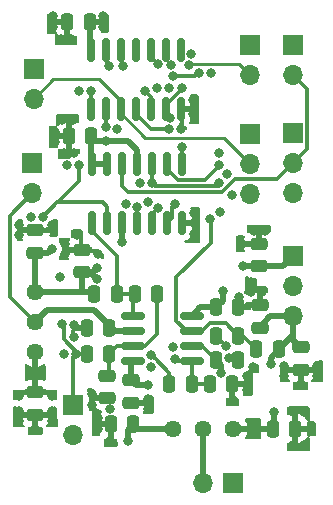
<source format=gbr>
%TF.GenerationSoftware,KiCad,Pcbnew,(6.0.8)*%
%TF.CreationDate,2022-10-15T16:47:31+02:00*%
%TF.ProjectId,Digital Delay,44696769-7461-46c2-9044-656c61792e6b,rev?*%
%TF.SameCoordinates,Original*%
%TF.FileFunction,Copper,L1,Top*%
%TF.FilePolarity,Positive*%
%FSLAX46Y46*%
G04 Gerber Fmt 4.6, Leading zero omitted, Abs format (unit mm)*
G04 Created by KiCad (PCBNEW (6.0.8)) date 2022-10-15 16:47:31*
%MOMM*%
%LPD*%
G01*
G04 APERTURE LIST*
G04 Aperture macros list*
%AMRoundRect*
0 Rectangle with rounded corners*
0 $1 Rounding radius*
0 $2 $3 $4 $5 $6 $7 $8 $9 X,Y pos of 4 corners*
0 Add a 4 corners polygon primitive as box body*
4,1,4,$2,$3,$4,$5,$6,$7,$8,$9,$2,$3,0*
0 Add four circle primitives for the rounded corners*
1,1,$1+$1,$2,$3*
1,1,$1+$1,$4,$5*
1,1,$1+$1,$6,$7*
1,1,$1+$1,$8,$9*
0 Add four rect primitives between the rounded corners*
20,1,$1+$1,$2,$3,$4,$5,0*
20,1,$1+$1,$4,$5,$6,$7,0*
20,1,$1+$1,$6,$7,$8,$9,0*
20,1,$1+$1,$8,$9,$2,$3,0*%
G04 Aperture macros list end*
%TA.AperFunction,SMDPad,CuDef*%
%ADD10RoundRect,0.250000X-0.250000X-0.475000X0.250000X-0.475000X0.250000X0.475000X-0.250000X0.475000X0*%
%TD*%
%TA.AperFunction,SMDPad,CuDef*%
%ADD11RoundRect,0.250000X0.475000X-0.250000X0.475000X0.250000X-0.475000X0.250000X-0.475000X-0.250000X0*%
%TD*%
%TA.AperFunction,ComponentPad*%
%ADD12R,1.700000X1.700000*%
%TD*%
%TA.AperFunction,ComponentPad*%
%ADD13O,1.700000X1.700000*%
%TD*%
%TA.AperFunction,SMDPad,CuDef*%
%ADD14RoundRect,0.250000X0.250000X0.475000X-0.250000X0.475000X-0.250000X-0.475000X0.250000X-0.475000X0*%
%TD*%
%TA.AperFunction,SMDPad,CuDef*%
%ADD15RoundRect,0.250000X-0.475000X0.250000X-0.475000X-0.250000X0.475000X-0.250000X0.475000X0.250000X0*%
%TD*%
%TA.AperFunction,SMDPad,CuDef*%
%ADD16RoundRect,0.150000X0.150000X-0.825000X0.150000X0.825000X-0.150000X0.825000X-0.150000X-0.825000X0*%
%TD*%
%TA.AperFunction,ComponentPad*%
%ADD17C,1.440000*%
%TD*%
%TA.AperFunction,SMDPad,CuDef*%
%ADD18RoundRect,0.150000X-0.825000X-0.150000X0.825000X-0.150000X0.825000X0.150000X-0.825000X0.150000X0*%
%TD*%
%TA.AperFunction,ViaPad*%
%ADD19C,0.800000*%
%TD*%
%TA.AperFunction,Conductor*%
%ADD20C,0.300000*%
%TD*%
%TA.AperFunction,Conductor*%
%ADD21C,0.500000*%
%TD*%
%TA.AperFunction,Conductor*%
%ADD22C,0.250000*%
%TD*%
G04 APERTURE END LIST*
D10*
%TO.P,C115,1*%
%TO.N,+5V*%
X61275000Y-73152000D03*
%TO.P,C115,2*%
%TO.N,GND*%
X63175000Y-73152000D03*
%TD*%
D11*
%TO.P,C114,1*%
%TO.N,+5V*%
X60198000Y-64577000D03*
%TO.P,C114,2*%
%TO.N,GND*%
X60198000Y-62677000D03*
%TD*%
D12*
%TO.P,J105,1,Pin_1*%
%TO.N,/Signal_Out_Falling*%
X59309000Y-48148000D03*
D13*
%TO.P,J105,2,Pin_2*%
%TO.N,/Falling_Edge_Out*%
X59309000Y-50688000D03*
%TO.P,J105,3,Pin_3*%
%TO.N,Signal_Falling*%
X59309000Y-53228000D03*
%TD*%
D14*
%TO.P,C107,1*%
%TO.N,/Ref_Comp_A*%
X47432000Y-64643000D03*
%TO.P,C107,2*%
%TO.N,GND*%
X45532000Y-64643000D03*
%TD*%
D15*
%TO.P,C106,1*%
%TO.N,-5V*%
X41148000Y-70043000D03*
%TO.P,C106,2*%
%TO.N,GND*%
X41148000Y-71943000D03*
%TD*%
%TO.P,C111,1*%
%TO.N,-5V*%
X49276000Y-69027000D03*
%TO.P,C111,2*%
%TO.N,GND*%
X49276000Y-70927000D03*
%TD*%
D12*
%TO.P,J101,1,Pin_1*%
%TO.N,-5V*%
X62992000Y-58547000D03*
D13*
%TO.P,J101,2,Pin_2*%
%TO.N,GND*%
X62992000Y-61087000D03*
%TO.P,J101,3,Pin_3*%
%TO.N,+5V*%
X62992000Y-63627000D03*
%TD*%
D11*
%TO.P,C101,1*%
%TO.N,+5V*%
X45085000Y-59878000D03*
%TO.P,C101,2*%
%TO.N,GND*%
X45085000Y-57978000D03*
%TD*%
D14*
%TO.P,C116,1*%
%TO.N,-5V*%
X49464000Y-72771000D03*
%TO.P,C116,2*%
%TO.N,GND*%
X47564000Y-72771000D03*
%TD*%
D10*
%TO.P,R104,1*%
%TO.N,/Signal_Comp_B*%
X56454000Y-65278000D03*
%TO.P,R104,2*%
%TO.N,/Comp_Out_B*%
X58354000Y-65278000D03*
%TD*%
D12*
%TO.P,J106,1,Pin_1*%
%TO.N,GND*%
X57912000Y-77724000D03*
D13*
%TO.P,J106,2,Pin_2*%
%TO.N,/Ref_Comp_B*%
X55372000Y-77724000D03*
%TD*%
D12*
%TO.P,J103,1,Pin_1*%
%TO.N,GND*%
X40894000Y-50668000D03*
D13*
%TO.P,J103,2,Pin_2*%
%TO.N,/Ref_Comp_A*%
X40894000Y-53208000D03*
%TD*%
D16*
%TO.P,U102,1*%
%TO.N,/Comp_Out_A*%
X45974000Y-55688000D03*
%TO.P,U102,2*%
%TO.N,Signal_In*%
X47244000Y-55688000D03*
%TO.P,U102,3*%
%TO.N,+5V*%
X48514000Y-55688000D03*
%TO.P,U102,4*%
%TO.N,Signal_Falling*%
X49784000Y-55688000D03*
%TO.P,U102,5*%
%TO.N,/Both_Edges_Out*%
X51054000Y-55688000D03*
%TO.P,U102,6*%
%TO.N,Net-(U102-Pad6)*%
X52324000Y-55688000D03*
%TO.P,U102,7,GND*%
%TO.N,GND*%
X53594000Y-55688000D03*
%TO.P,U102,8*%
%TO.N,Net-(U102-Pad8)*%
X53594000Y-50738000D03*
%TO.P,U102,9*%
%TO.N,Signal_Rising*%
X52324000Y-50738000D03*
%TO.P,U102,10*%
%TO.N,Signal_Falling*%
X51054000Y-50738000D03*
%TO.P,U102,11*%
%TO.N,+5V*%
X49784000Y-50738000D03*
%TO.P,U102,12*%
%TO.N,/Rising_Edge_Out*%
X48514000Y-50738000D03*
%TO.P,U102,13*%
%TO.N,+5V*%
X47244000Y-50738000D03*
%TO.P,U102,14,VCC*%
X45974000Y-50738000D03*
%TD*%
D15*
%TO.P,C108,1*%
%TO.N,/Signal_Comp_A*%
X47244000Y-68646000D03*
%TO.P,C108,2*%
%TO.N,GND*%
X47244000Y-70546000D03*
%TD*%
%TO.P,C103,1*%
%TO.N,+5V*%
X63627000Y-66233000D03*
%TO.P,C103,2*%
%TO.N,GND*%
X63627000Y-68133000D03*
%TD*%
D10*
%TO.P,R106,1*%
%TO.N,Signal_In*%
X52517000Y-69342000D03*
%TO.P,R106,2*%
%TO.N,/Signal_Comp_B*%
X54417000Y-69342000D03*
%TD*%
D12*
%TO.P,J107,1,Pin_1*%
%TO.N,GND*%
X41021000Y-42667000D03*
D13*
%TO.P,J107,2,Pin_2*%
%TO.N,/Falling_Edge_Out*%
X41021000Y-45207000D03*
%TD*%
D12*
%TO.P,J109,1,Pin_1*%
%TO.N,Signal_In*%
X44323000Y-71115000D03*
D13*
%TO.P,J109,2,Pin_2*%
%TO.N,GND*%
X44323000Y-73655000D03*
%TD*%
D12*
%TO.P,J104,1,Pin_1*%
%TO.N,GND*%
X62992000Y-40640000D03*
D13*
%TO.P,J104,2,Pin_2*%
%TO.N,/Rising_Edge_Out*%
X62992000Y-43180000D03*
%TD*%
D17*
%TO.P,RV101,1,1*%
%TO.N,+5V*%
X41148000Y-61585000D03*
%TO.P,RV101,2,2*%
%TO.N,/Ref_Comp_A*%
X41148000Y-64125000D03*
%TO.P,RV101,3,3*%
%TO.N,-5V*%
X41148000Y-66665000D03*
%TD*%
D12*
%TO.P,J108,1,Pin_1*%
%TO.N,GND*%
X59309000Y-40635000D03*
D13*
%TO.P,J108,2,Pin_2*%
%TO.N,/Both_Edges_Out*%
X59309000Y-43175000D03*
%TD*%
D14*
%TO.P,R105,1*%
%TO.N,+5V*%
X61783000Y-66421000D03*
%TO.P,R105,2*%
%TO.N,/Comp_Out_B*%
X59883000Y-66421000D03*
%TD*%
D10*
%TO.P,C117,1*%
%TO.N,/Ref_Comp_B*%
X56454000Y-67310000D03*
%TO.P,C117,2*%
%TO.N,GND*%
X58354000Y-67310000D03*
%TD*%
D16*
%TO.P,U103,1*%
%TO.N,/Comp_Out_B*%
X45847000Y-46036000D03*
%TO.P,U103,2*%
%TO.N,Signal_In*%
X47117000Y-46036000D03*
%TO.P,U103,3*%
%TO.N,/Falling_Edge_Out*%
X48387000Y-46036000D03*
%TO.P,U103,4*%
%TO.N,Net-(U102-Pad8)*%
X49657000Y-46036000D03*
%TO.P,U103,5*%
%TO.N,Net-(U102-Pad6)*%
X50927000Y-46036000D03*
%TO.P,U103,6*%
%TO.N,/Both_Edges_Out*%
X52197000Y-46036000D03*
%TO.P,U103,7,GND*%
%TO.N,GND*%
X53467000Y-46036000D03*
%TO.P,U103,8*%
%TO.N,unconnected-(U103-Pad8)*%
X53467000Y-41086000D03*
%TO.P,U103,9*%
%TO.N,GND*%
X52197000Y-41086000D03*
%TO.P,U103,10*%
X50927000Y-41086000D03*
%TO.P,U103,11*%
%TO.N,unconnected-(U103-Pad11)*%
X49657000Y-41086000D03*
%TO.P,U103,12*%
%TO.N,GND*%
X48387000Y-41086000D03*
%TO.P,U103,13*%
X47117000Y-41086000D03*
%TO.P,U103,14,VCC*%
%TO.N,+5V*%
X45847000Y-41086000D03*
%TD*%
D11*
%TO.P,C105,1*%
%TO.N,+5V*%
X41148000Y-58227000D03*
%TO.P,C105,2*%
%TO.N,GND*%
X41148000Y-56327000D03*
%TD*%
D10*
%TO.P,C104,1*%
%TO.N,+5V*%
X56454000Y-62865000D03*
%TO.P,C104,2*%
%TO.N,GND*%
X58354000Y-62865000D03*
%TD*%
D14*
%TO.P,C112,1*%
%TO.N,+5V*%
X45781000Y-38735000D03*
%TO.P,C112,2*%
%TO.N,GND*%
X43881000Y-38735000D03*
%TD*%
D18*
%TO.P,U101,1*%
%TO.N,/Comp_Out_A*%
X49468000Y-63627000D03*
%TO.P,U101,2,-*%
%TO.N,/Ref_Comp_A*%
X49468000Y-64897000D03*
%TO.P,U101,3,+*%
%TO.N,/Signal_Comp_A*%
X49468000Y-66167000D03*
%TO.P,U101,4,V-*%
%TO.N,-5V*%
X49468000Y-67437000D03*
%TO.P,U101,5,+*%
%TO.N,/Signal_Comp_B*%
X54418000Y-67437000D03*
%TO.P,U101,6,_*%
%TO.N,/Ref_Comp_B*%
X54418000Y-66167000D03*
%TO.P,U101,7*%
%TO.N,/Comp_Out_B*%
X54418000Y-64897000D03*
%TO.P,U101,8,V+*%
%TO.N,+5V*%
X54418000Y-63627000D03*
%TD*%
D10*
%TO.P,R102,1*%
%TO.N,+5V*%
X46167000Y-61722000D03*
%TO.P,R102,2*%
%TO.N,/Comp_Out_A*%
X48067000Y-61722000D03*
%TD*%
D12*
%TO.P,J102,1,Pin_1*%
%TO.N,/Signal_Out_Rising*%
X62992000Y-48133000D03*
D13*
%TO.P,J102,2,Pin_2*%
%TO.N,/Rising_Edge_Out*%
X62992000Y-50673000D03*
%TO.P,J102,3,Pin_3*%
%TO.N,Signal_Rising*%
X62992000Y-53213000D03*
%TD*%
D17*
%TO.P,RV102,1,1*%
%TO.N,+5V*%
X57912000Y-73152000D03*
%TO.P,RV102,2,2*%
%TO.N,/Ref_Comp_B*%
X55372000Y-73152000D03*
%TO.P,RV102,3,3*%
%TO.N,-5V*%
X52832000Y-73152000D03*
%TD*%
D10*
%TO.P,R103,1*%
%TO.N,Signal_In*%
X45532000Y-66802000D03*
%TO.P,R103,2*%
%TO.N,/Signal_Comp_A*%
X47432000Y-66802000D03*
%TD*%
D11*
%TO.P,C110,1*%
%TO.N,-5V*%
X60071000Y-59370000D03*
%TO.P,C110,2*%
%TO.N,GND*%
X60071000Y-57470000D03*
%TD*%
D10*
%TO.P,C118,1*%
%TO.N,/Signal_Comp_B*%
X55946000Y-69342000D03*
%TO.P,C118,2*%
%TO.N,GND*%
X57846000Y-69342000D03*
%TD*%
D14*
%TO.P,C113,1*%
%TO.N,+5V*%
X45908000Y-48387000D03*
%TO.P,C113,2*%
%TO.N,GND*%
X44008000Y-48387000D03*
%TD*%
%TO.P,R101,1*%
%TO.N,/Signal_Comp_A*%
X51496000Y-61722000D03*
%TO.P,R101,2*%
%TO.N,/Comp_Out_A*%
X49596000Y-61722000D03*
%TD*%
D19*
%TO.N,+5V*%
X61380489Y-71715511D03*
X47117000Y-48768000D03*
X46863000Y-38227000D03*
X61087000Y-67691000D03*
X57023000Y-61468000D03*
X42545000Y-57912000D03*
X46863000Y-39116000D03*
X46355000Y-60452000D03*
X48540220Y-57327899D03*
X46355000Y-59563000D03*
%TO.N,GND*%
X58420000Y-61976000D03*
X63627000Y-69342000D03*
X54610000Y-56642000D03*
X47498000Y-74168000D03*
X42799000Y-48895000D03*
X60579000Y-56388000D03*
X53467000Y-47752000D03*
X42545000Y-71628000D03*
X59690000Y-56388000D03*
X59055000Y-68707000D03*
X44450000Y-64389000D03*
X62992000Y-71755000D03*
X62230000Y-67818000D03*
X52819374Y-66255835D03*
X48821734Y-54085724D03*
X59436000Y-61595000D03*
X56822438Y-54797297D03*
X54483000Y-45339000D03*
X43577826Y-66776378D03*
X54610000Y-54864000D03*
X56740762Y-49784980D03*
X57789502Y-53366952D03*
X54380718Y-41388965D03*
X39751000Y-55880000D03*
X43434000Y-46990000D03*
X42672000Y-38227000D03*
X42672000Y-39116000D03*
X63881000Y-74549000D03*
X59563000Y-67945000D03*
X44196000Y-40132000D03*
X43831497Y-50800000D03*
X46482000Y-73152000D03*
X39751000Y-56769000D03*
X43307000Y-40132000D03*
X47498000Y-71501000D03*
X62992000Y-74549000D03*
X54483000Y-46482000D03*
X42545000Y-55880000D03*
X43561000Y-49784000D03*
X60325000Y-61595000D03*
X40788034Y-55250119D03*
X42545000Y-72517000D03*
X51435000Y-44323000D03*
X65024000Y-67818000D03*
X39751000Y-71628000D03*
X50673000Y-71501000D03*
X44450000Y-65405000D03*
X50016023Y-52314523D03*
X44450000Y-49784000D03*
X44323000Y-46990000D03*
X45974000Y-71120000D03*
X56022672Y-43053010D03*
X52675563Y-42298698D03*
X44848201Y-44539500D03*
X43269117Y-60297681D03*
X50971168Y-67906122D03*
X59055000Y-69850000D03*
X59436000Y-60706000D03*
X41148000Y-73152000D03*
X42799000Y-48006000D03*
X44704000Y-56769000D03*
X43688000Y-57465000D03*
X43688000Y-58354000D03*
X54610000Y-55753000D03*
X48102904Y-47789317D03*
X52521830Y-44310500D03*
X58674000Y-57531000D03*
X57553500Y-67147286D03*
X65024000Y-68707000D03*
X46482000Y-72263000D03*
X48553500Y-42418000D03*
X47371000Y-42418000D03*
X57402648Y-51546273D03*
X64389000Y-73152000D03*
X50690932Y-53935907D03*
X50673000Y-70612000D03*
X46482000Y-58354000D03*
X51562000Y-42291000D03*
X62230000Y-68707000D03*
X45974000Y-70231000D03*
X39751000Y-72517000D03*
X63881000Y-71755000D03*
X57912000Y-70739000D03*
%TO.N,-5V*%
X58740000Y-59370000D03*
X49022000Y-74168000D03*
X42545000Y-70358000D03*
X39751000Y-70358000D03*
X50673000Y-69469000D03*
%TO.N,/Ref_Comp_B*%
X56896000Y-68385699D03*
%TO.N,/Signal_Comp_B*%
X53002495Y-67238419D03*
X57277000Y-66167000D03*
%TO.N,Signal_Rising*%
X56755728Y-50784369D03*
%TO.N,Signal_Falling*%
X49784000Y-54356000D03*
X51054000Y-52336500D03*
X56740773Y-52295773D03*
%TO.N,/Both_Edges_Out*%
X54206979Y-42373251D03*
X52567500Y-46794942D03*
X51537258Y-54467638D03*
X53594000Y-44310500D03*
%TO.N,Signal_In*%
X51000883Y-66907062D03*
X44831000Y-50800000D03*
X41787296Y-55228163D03*
X47117000Y-47625000D03*
X43459590Y-64254501D03*
X44577000Y-66802000D03*
%TO.N,/Comp_Out_B*%
X55023873Y-43015500D03*
X55991262Y-55356262D03*
X45847000Y-44577000D03*
X52832000Y-43307000D03*
%TO.N,Net-(U102-Pad6)*%
X50419000Y-44577000D03*
X52959000Y-54102000D03*
%TO.N,Net-(U102-Pad8)*%
X53594000Y-49276000D03*
X52468201Y-47789500D03*
%TD*%
D20*
%TO.N,+5V*%
X60198000Y-64577000D02*
X60198000Y-64836000D01*
D21*
X61380489Y-71715511D02*
X61380489Y-73046511D01*
X54418000Y-63627000D02*
X54418000Y-63565000D01*
X45085000Y-59878000D02*
X46040000Y-59878000D01*
X45781000Y-59878000D02*
X46355000Y-60452000D01*
X62992000Y-65598000D02*
X63627000Y-66233000D01*
X45781000Y-38735000D02*
X45781000Y-41020000D01*
X47117000Y-48768000D02*
X49022000Y-48768000D01*
D22*
X61971000Y-66233000D02*
X61783000Y-66421000D01*
D21*
X62992000Y-63627000D02*
X62992000Y-65212000D01*
X62992000Y-65212000D02*
X62992000Y-65598000D01*
X45974000Y-50738000D02*
X47244000Y-50738000D01*
X41148000Y-61585000D02*
X44968000Y-61585000D01*
X46040000Y-59878000D02*
X46355000Y-59563000D01*
X45085000Y-59878000D02*
X45085000Y-61468000D01*
X57023000Y-61468000D02*
X57023000Y-62296000D01*
X61087000Y-67117000D02*
X61783000Y-66421000D01*
X45085000Y-61468000D02*
X44968000Y-61585000D01*
X61380489Y-73046511D02*
X61275000Y-73152000D01*
X45085000Y-59878000D02*
X45781000Y-59878000D01*
X48540220Y-55714220D02*
X48514000Y-55688000D01*
X45781000Y-41020000D02*
X45847000Y-41086000D01*
X48540220Y-57327899D02*
X48540220Y-55714220D01*
X46289000Y-48768000D02*
X45908000Y-48387000D01*
X49784000Y-49530000D02*
X49784000Y-50738000D01*
X47117000Y-48768000D02*
X46289000Y-48768000D01*
X61087000Y-67691000D02*
X61087000Y-67117000D01*
X45908000Y-50672000D02*
X45974000Y-50738000D01*
X57023000Y-62296000D02*
X56454000Y-62865000D01*
X54418000Y-63565000D02*
X55118000Y-62865000D01*
X62992000Y-63627000D02*
X61021000Y-63627000D01*
X55118000Y-62865000D02*
X56454000Y-62865000D01*
X44968000Y-61585000D02*
X46030000Y-61585000D01*
X41148000Y-61585000D02*
X41148000Y-58227000D01*
X62992000Y-65212000D02*
X61783000Y-66421000D01*
X56454000Y-62865000D02*
X56454000Y-63053000D01*
X61021000Y-63627000D02*
X60071000Y-64577000D01*
X57912000Y-73152000D02*
X61275000Y-73152000D01*
X45908000Y-48387000D02*
X45908000Y-50672000D01*
X41148000Y-58227000D02*
X42230000Y-58227000D01*
X49022000Y-48768000D02*
X49784000Y-49530000D01*
X42230000Y-58227000D02*
X42545000Y-57912000D01*
X46030000Y-61585000D02*
X46167000Y-61722000D01*
D22*
%TO.N,GND*%
X47371000Y-42418000D02*
X47117000Y-42164000D01*
X52675563Y-42298698D02*
X52197000Y-41820135D01*
X52197000Y-41820135D02*
X52197000Y-41086000D01*
X50927000Y-41656000D02*
X50927000Y-41086000D01*
X47117000Y-42164000D02*
X47117000Y-41086000D01*
X51562000Y-42291000D02*
X50927000Y-41656000D01*
X48387000Y-42251500D02*
X48387000Y-41086000D01*
X48553500Y-42418000D02*
X48387000Y-42251500D01*
D21*
%TO.N,-5V*%
X60071000Y-59370000D02*
X58740000Y-59370000D01*
X62169000Y-59370000D02*
X62992000Y-58547000D01*
X49276000Y-67629000D02*
X49468000Y-67437000D01*
X49022000Y-74168000D02*
X49022000Y-73213000D01*
X49022000Y-73213000D02*
X49464000Y-72771000D01*
X50673000Y-69469000D02*
X49718000Y-69469000D01*
X49845000Y-73152000D02*
X49464000Y-72771000D01*
X49718000Y-69469000D02*
X49276000Y-69027000D01*
X58674000Y-59436000D02*
X58740000Y-59370000D01*
X41148000Y-66665000D02*
X41148000Y-70043000D01*
X60071000Y-59370000D02*
X62169000Y-59370000D01*
X52832000Y-73152000D02*
X49845000Y-73152000D01*
X49276000Y-69027000D02*
X49276000Y-67629000D01*
D20*
%TO.N,/Ref_Comp_A*%
X39001489Y-61978489D02*
X41148000Y-64125000D01*
D21*
X47879000Y-64897000D02*
X49468000Y-64897000D01*
D20*
X39001489Y-55100511D02*
X39001489Y-61978489D01*
X40894000Y-53208000D02*
X39001489Y-55100511D01*
D21*
X42154000Y-63119000D02*
X46101000Y-63119000D01*
X46101000Y-63119000D02*
X47879000Y-64897000D01*
X41148000Y-64125000D02*
X42154000Y-63119000D01*
D20*
%TO.N,/Signal_Comp_A*%
X51496000Y-65090000D02*
X51496000Y-61722000D01*
X47432000Y-66802000D02*
X47432000Y-68331000D01*
X47432000Y-66802000D02*
X48067000Y-66167000D01*
X49468000Y-66167000D02*
X50419000Y-66167000D01*
X50419000Y-66167000D02*
X51496000Y-65090000D01*
X48067000Y-66167000D02*
X49468000Y-66167000D01*
X47432000Y-68331000D02*
X47244000Y-68519000D01*
D21*
%TO.N,/Ref_Comp_B*%
X56896000Y-68385699D02*
X56896000Y-67752000D01*
X55372000Y-77724000D02*
X55372000Y-73152000D01*
D20*
X54418000Y-66167000D02*
X55311000Y-66167000D01*
D21*
X56896000Y-67752000D02*
X56454000Y-67310000D01*
D20*
X55311000Y-66167000D02*
X56454000Y-67310000D01*
%TO.N,/Signal_Comp_B*%
X53014419Y-67238419D02*
X53213000Y-67437000D01*
X54417000Y-67438000D02*
X54418000Y-67437000D01*
X57277000Y-66167000D02*
X57277000Y-66101000D01*
X53213000Y-67437000D02*
X54418000Y-67437000D01*
X57277000Y-66101000D02*
X56454000Y-65278000D01*
X55946000Y-69342000D02*
X54417000Y-69342000D01*
X53002495Y-67238419D02*
X53014419Y-67238419D01*
X54417000Y-69342000D02*
X54417000Y-67438000D01*
%TO.N,/Rising_Edge_Out*%
X58068011Y-52028489D02*
X61636511Y-52028489D01*
X64191511Y-49473489D02*
X64191511Y-44379511D01*
X48514000Y-50738000D02*
X48514000Y-52578000D01*
X49022000Y-53086000D02*
X57010500Y-53086000D01*
X62992000Y-50673000D02*
X64191511Y-49473489D01*
X61636511Y-52028489D02*
X62992000Y-50673000D01*
X64191511Y-44379511D02*
X62992000Y-43180000D01*
X57010500Y-53086000D02*
X58068011Y-52028489D01*
X48514000Y-52578000D02*
X49022000Y-53086000D01*
%TO.N,Signal_Rising*%
X52324000Y-50738000D02*
X52324000Y-51149427D01*
X52324000Y-51054000D02*
X52197000Y-51181000D01*
X56769000Y-50800000D02*
X56755728Y-50786728D01*
X52324000Y-51149427D02*
X53237093Y-52062520D01*
X56755728Y-50786728D02*
X56755728Y-50784369D01*
X55506480Y-52062520D02*
X56769000Y-50800000D01*
X53237093Y-52062520D02*
X55506480Y-52062520D01*
D22*
%TO.N,/Falling_Edge_Out*%
X46600386Y-43561000D02*
X42667000Y-43561000D01*
X48387000Y-45347614D02*
X46600386Y-43561000D01*
X48387000Y-46036000D02*
X48387000Y-46412072D01*
X42667000Y-43561000D02*
X41021000Y-45207000D01*
X50488928Y-48514000D02*
X57135000Y-48514000D01*
X48387000Y-46036000D02*
X48387000Y-45347614D01*
X48387000Y-46412072D02*
X50488928Y-48514000D01*
X41491520Y-44736480D02*
X41021000Y-45207000D01*
X57135000Y-48514000D02*
X59309000Y-50688000D01*
D20*
%TO.N,Signal_Falling*%
X49784000Y-54356000D02*
X49784000Y-55688000D01*
X56740773Y-52352227D02*
X56740773Y-52295773D01*
X51054000Y-52336500D02*
X51054000Y-50738000D01*
X51054000Y-52336500D02*
X51295500Y-52578000D01*
X51295500Y-52578000D02*
X56515000Y-52578000D01*
X56515000Y-52578000D02*
X56740773Y-52352227D01*
D22*
%TO.N,/Both_Edges_Out*%
X58425000Y-42291000D02*
X59309000Y-43175000D01*
D20*
X51537258Y-54467638D02*
X51054000Y-54950896D01*
D22*
X54289230Y-42291000D02*
X58425000Y-42291000D01*
D20*
X51054000Y-54950896D02*
X51054000Y-55688000D01*
X52197000Y-46424442D02*
X52197000Y-46036000D01*
D22*
X52197000Y-46036000D02*
X52197000Y-45659928D01*
X54206979Y-42373251D02*
X54289230Y-42291000D01*
X52197000Y-45659928D02*
X53594000Y-44262928D01*
D20*
X52567500Y-46794942D02*
X52197000Y-46424442D01*
D22*
X53594000Y-44262928D02*
X53594000Y-44069000D01*
X53594000Y-44069000D02*
X53594000Y-44310500D01*
D20*
%TO.N,Signal_In*%
X44323000Y-67056000D02*
X44577000Y-66802000D01*
X46863000Y-53975000D02*
X47244000Y-54356000D01*
X41787296Y-55228163D02*
X43040459Y-53975000D01*
X43561000Y-64135000D02*
X43459590Y-64236410D01*
X43040459Y-53975000D02*
X43180000Y-53975000D01*
X44577000Y-66802000D02*
X45532000Y-66802000D01*
X43040459Y-53975000D02*
X43053000Y-53975000D01*
X43053000Y-53975000D02*
X44831000Y-52197000D01*
X52517000Y-68391984D02*
X52517000Y-69342000D01*
X43561000Y-65575970D02*
X43561000Y-64135000D01*
X47117000Y-47625000D02*
X47117000Y-46036000D01*
X51281627Y-67156611D02*
X52517000Y-68391984D01*
X45532000Y-66802000D02*
X44787030Y-66802000D01*
X44787030Y-66802000D02*
X43561000Y-65575970D01*
X51000883Y-66907062D02*
X51250432Y-67156611D01*
X47244000Y-54356000D02*
X47244000Y-55688000D01*
X44831000Y-52197000D02*
X44831000Y-50800000D01*
X44323000Y-71115000D02*
X44323000Y-67056000D01*
X43459590Y-64236410D02*
X43459590Y-64254501D01*
X43180000Y-53975000D02*
X46863000Y-53975000D01*
X51250432Y-67156611D02*
X51281627Y-67156611D01*
%TO.N,/Comp_Out_A*%
X45974000Y-55688000D02*
X45974000Y-56396515D01*
X49468000Y-61850000D02*
X49596000Y-61722000D01*
X45974000Y-56396515D02*
X48067000Y-58489515D01*
X48067000Y-58489515D02*
X48067000Y-61722000D01*
X49596000Y-61722000D02*
X48067000Y-61722000D01*
X49468000Y-63627000D02*
X49468000Y-61850000D01*
%TO.N,/Comp_Out_B*%
X56007000Y-57404000D02*
X53093480Y-60317520D01*
X45847000Y-46036000D02*
X45847000Y-44577000D01*
X54418000Y-64897000D02*
X55262151Y-64897000D01*
X58354000Y-65278000D02*
X58740000Y-65278000D01*
X55955671Y-64203480D02*
X57279480Y-64203480D01*
X53093480Y-63983907D02*
X54006573Y-64897000D01*
X53093480Y-60317520D02*
X53093480Y-63983907D01*
X55262151Y-64897000D02*
X55955671Y-64203480D01*
X55991262Y-55356262D02*
X56007000Y-55372000D01*
X54732373Y-43307000D02*
X55023873Y-43015500D01*
X58740000Y-65278000D02*
X59883000Y-66421000D01*
X57279480Y-64203480D02*
X58354000Y-65278000D01*
X56007000Y-55372000D02*
X56007000Y-57404000D01*
X54006573Y-64897000D02*
X54418000Y-64897000D01*
X52832000Y-43307000D02*
X54732373Y-43307000D01*
%TO.N,Net-(U102-Pad6)*%
X52705000Y-54356000D02*
X52959000Y-54102000D01*
X50419000Y-44577000D02*
X50927000Y-45085000D01*
X50927000Y-45085000D02*
X50927000Y-46036000D01*
X52324000Y-55688000D02*
X52705000Y-55307000D01*
X52324000Y-55688000D02*
X52324000Y-55626000D01*
X52705000Y-55307000D02*
X52705000Y-54356000D01*
%TO.N,Net-(U102-Pad8)*%
X49657000Y-46447427D02*
X49657000Y-46036000D01*
D22*
X49657000Y-46036000D02*
X49657000Y-45659928D01*
D20*
X52468201Y-47789500D02*
X50999073Y-47789500D01*
X53594000Y-49276000D02*
X53594000Y-50738000D01*
X50999073Y-47789500D02*
X49657000Y-46447427D01*
%TD*%
%TA.AperFunction,Conductor*%
%TO.N,+5V*%
G36*
X47313121Y-37993502D02*
G01*
X47359614Y-38047158D01*
X47371000Y-38099500D01*
X47371000Y-39476500D01*
X47350998Y-39544621D01*
X47297342Y-39591114D01*
X47245000Y-39602500D01*
X46900498Y-39602500D01*
X46898042Y-39602693D01*
X46898024Y-39602694D01*
X46883303Y-39603853D01*
X46813823Y-39589260D01*
X46763262Y-39539419D01*
X46747674Y-39470154D01*
X46753821Y-39438575D01*
X46776137Y-39371293D01*
X46779005Y-39357914D01*
X46788672Y-39263562D01*
X46789000Y-39257146D01*
X46789000Y-39007115D01*
X46784525Y-38991876D01*
X46783135Y-38990671D01*
X46775452Y-38989000D01*
X46053115Y-38989000D01*
X46037876Y-38993475D01*
X46036671Y-38994865D01*
X46035000Y-39002548D01*
X46035000Y-39544885D01*
X46039475Y-39560124D01*
X46057512Y-39575753D01*
X46088519Y-39624000D01*
X45527000Y-39624000D01*
X45527000Y-38607000D01*
X45547002Y-38538879D01*
X45600658Y-38492386D01*
X45653000Y-38481000D01*
X46770884Y-38481000D01*
X46786123Y-38476525D01*
X46787328Y-38475135D01*
X46788999Y-38467452D01*
X46788999Y-38212905D01*
X46788662Y-38206386D01*
X46778921Y-38112503D01*
X46791786Y-38042682D01*
X46840357Y-37990900D01*
X46904248Y-37973500D01*
X47245000Y-37973500D01*
X47313121Y-37993502D01*
G37*
%TD.AperFunction*%
%TD*%
%TA.AperFunction,Conductor*%
%TO.N,GND*%
G36*
X59155556Y-60239560D02*
G01*
X59215393Y-60276444D01*
X59240836Y-60292127D01*
X59273262Y-60312115D01*
X59353005Y-60338564D01*
X59434611Y-60365632D01*
X59434613Y-60365632D01*
X59441139Y-60367797D01*
X59447975Y-60368497D01*
X59447978Y-60368498D01*
X59491031Y-60372909D01*
X59545600Y-60378500D01*
X59818000Y-60378500D01*
X59886121Y-60398502D01*
X59932614Y-60452158D01*
X59944000Y-60504500D01*
X59944000Y-61087000D01*
X60707000Y-61087000D01*
X60775121Y-61107002D01*
X60821614Y-61160658D01*
X60833000Y-61213000D01*
X60833000Y-61543000D01*
X60812998Y-61611121D01*
X60759342Y-61657614D01*
X60707000Y-61669000D01*
X60470115Y-61669000D01*
X60454876Y-61673475D01*
X60453671Y-61674865D01*
X60452000Y-61682548D01*
X60452000Y-62805000D01*
X60431998Y-62873121D01*
X60378342Y-62919614D01*
X60326000Y-62931000D01*
X59420115Y-62931000D01*
X59404876Y-62935475D01*
X59403671Y-62936865D01*
X59402000Y-62944548D01*
X59402000Y-62993000D01*
X59381998Y-63061121D01*
X59328342Y-63107614D01*
X59276000Y-63119000D01*
X58226000Y-63119000D01*
X58157879Y-63098998D01*
X58111386Y-63045342D01*
X58100000Y-62993000D01*
X58100000Y-62737000D01*
X58120002Y-62668879D01*
X58173658Y-62622386D01*
X58226000Y-62611000D01*
X58906885Y-62611000D01*
X58922124Y-62606525D01*
X58923329Y-62605135D01*
X58925000Y-62597452D01*
X58925000Y-62549000D01*
X58945002Y-62480879D01*
X58998658Y-62434386D01*
X59051000Y-62423000D01*
X59925885Y-62423000D01*
X59941124Y-62418525D01*
X59942329Y-62417135D01*
X59944000Y-62409452D01*
X59944000Y-61687116D01*
X59939525Y-61671877D01*
X59938135Y-61670672D01*
X59930452Y-61669001D01*
X59675905Y-61669001D01*
X59669386Y-61669338D01*
X59573794Y-61679257D01*
X59560400Y-61682149D01*
X59406216Y-61733588D01*
X59393038Y-61739761D01*
X59250964Y-61827680D01*
X59182512Y-61846518D01*
X59114743Y-61825357D01*
X59095644Y-61809710D01*
X59082172Y-61796262D01*
X59070760Y-61787249D01*
X58932757Y-61702184D01*
X58918255Y-61695421D01*
X58864970Y-61648503D01*
X58845509Y-61580226D01*
X58866051Y-61512266D01*
X58917963Y-61468000D01*
X58928000Y-61468000D01*
X58928000Y-60360248D01*
X58948002Y-60292127D01*
X59001658Y-60245634D01*
X59015069Y-60240413D01*
X59015822Y-60240168D01*
X59022288Y-60238794D01*
X59028318Y-60236109D01*
X59028322Y-60236108D01*
X59038192Y-60231713D01*
X59108559Y-60222279D01*
X59155556Y-60239560D01*
G37*
%TD.AperFunction*%
%TD*%
%TA.AperFunction,Conductor*%
%TO.N,GND*%
G36*
X44072885Y-56977002D02*
G01*
X44119378Y-57030658D01*
X44129482Y-57100932D01*
X44099988Y-57165512D01*
X44093937Y-57172018D01*
X44016261Y-57249829D01*
X44007249Y-57261240D01*
X43922184Y-57399243D01*
X43916037Y-57412424D01*
X43864862Y-57566710D01*
X43861995Y-57580086D01*
X43852328Y-57674438D01*
X43852000Y-57680855D01*
X43852000Y-57705885D01*
X43856475Y-57721124D01*
X43857865Y-57722329D01*
X43865548Y-57724000D01*
X45974000Y-57724000D01*
X45974000Y-57912000D01*
X46506035Y-57912000D01*
X46574156Y-57932002D01*
X46595130Y-57948905D01*
X46953095Y-58306870D01*
X46987121Y-58369182D01*
X46990000Y-58395965D01*
X46990000Y-58657352D01*
X46969998Y-58725473D01*
X46916342Y-58771966D01*
X46846068Y-58782070D01*
X46812405Y-58770415D01*
X46811752Y-58771882D01*
X46643319Y-58696891D01*
X46643318Y-58696891D01*
X46637288Y-58694206D01*
X46521983Y-58669697D01*
X46456944Y-58655872D01*
X46456939Y-58655872D01*
X46450487Y-58654500D01*
X46391714Y-58654500D01*
X46323593Y-58634498D01*
X46277100Y-58580842D01*
X46266996Y-58510568D01*
X46272121Y-58488833D01*
X46305137Y-58389293D01*
X46308005Y-58375914D01*
X46317672Y-58281562D01*
X46318000Y-58275146D01*
X46318000Y-58250115D01*
X46313525Y-58234876D01*
X46312135Y-58233671D01*
X46304452Y-58232000D01*
X43870116Y-58232000D01*
X43854877Y-58236475D01*
X43853672Y-58237865D01*
X43852001Y-58245548D01*
X43852001Y-58275095D01*
X43852338Y-58281614D01*
X43862257Y-58377206D01*
X43865149Y-58390600D01*
X43916588Y-58544784D01*
X43922762Y-58557963D01*
X43991905Y-58669697D01*
X44010743Y-58738149D01*
X43989582Y-58805919D01*
X43935141Y-58851490D01*
X43884761Y-58862000D01*
X43306000Y-58862000D01*
X43237879Y-58841998D01*
X43191386Y-58788342D01*
X43180000Y-58736000D01*
X43180000Y-58612859D01*
X43200002Y-58544738D01*
X43212364Y-58528548D01*
X43228554Y-58510568D01*
X43284040Y-58448944D01*
X43379527Y-58283556D01*
X43438542Y-58101928D01*
X43458504Y-57912000D01*
X43438542Y-57722072D01*
X43379527Y-57540444D01*
X43284040Y-57375056D01*
X43212364Y-57295451D01*
X43181647Y-57231444D01*
X43180000Y-57211141D01*
X43180000Y-57083000D01*
X43200002Y-57014879D01*
X43253658Y-56968386D01*
X43306000Y-56957000D01*
X44004764Y-56957000D01*
X44072885Y-56977002D01*
G37*
%TD.AperFunction*%
%TD*%
%TA.AperFunction,Conductor*%
%TO.N,GND*%
G36*
X44497978Y-64382623D02*
G01*
X44498441Y-64380493D01*
X44537548Y-64389000D01*
X45660000Y-64389000D01*
X45728121Y-64409002D01*
X45774614Y-64462658D01*
X45786000Y-64515000D01*
X45786000Y-64771000D01*
X45765998Y-64839121D01*
X45712342Y-64885614D01*
X45660000Y-64897000D01*
X44542116Y-64897000D01*
X44526877Y-64901475D01*
X44525672Y-64902865D01*
X44524001Y-64910548D01*
X44524001Y-65165095D01*
X44524338Y-65171614D01*
X44534257Y-65267206D01*
X44537150Y-65280603D01*
X44538485Y-65284606D01*
X44538581Y-65287230D01*
X44538605Y-65287343D01*
X44538585Y-65287347D01*
X44541069Y-65355555D01*
X44504885Y-65416639D01*
X44441420Y-65448463D01*
X44370825Y-65440924D01*
X44329866Y-65413576D01*
X44256405Y-65340115D01*
X44222379Y-65277803D01*
X44219500Y-65251020D01*
X44219500Y-64789058D01*
X44236381Y-64726058D01*
X44290813Y-64631780D01*
X44290814Y-64631779D01*
X44294117Y-64626057D01*
X44347711Y-64461113D01*
X44387785Y-64402507D01*
X44453181Y-64374870D01*
X44497978Y-64382623D01*
G37*
%TD.AperFunction*%
%TD*%
%TA.AperFunction,Conductor*%
%TO.N,GND*%
G36*
X42825745Y-37993502D02*
G01*
X42872238Y-38047158D01*
X42882968Y-38112342D01*
X42873328Y-38206437D01*
X42873000Y-38212855D01*
X42873000Y-38462885D01*
X42877475Y-38478124D01*
X42878865Y-38479329D01*
X42886548Y-38481000D01*
X44009000Y-38481000D01*
X44077121Y-38501002D01*
X44123614Y-38554658D01*
X44135000Y-38607000D01*
X44135000Y-39949884D01*
X44139475Y-39965123D01*
X44140865Y-39966328D01*
X44148548Y-39967999D01*
X44178095Y-39967999D01*
X44184614Y-39967662D01*
X44280206Y-39957743D01*
X44293600Y-39954851D01*
X44447784Y-39903412D01*
X44460963Y-39897238D01*
X44511697Y-39865843D01*
X44580149Y-39847005D01*
X44647919Y-39868166D01*
X44693490Y-39922607D01*
X44704000Y-39972987D01*
X44704000Y-40514000D01*
X44683998Y-40582121D01*
X44630342Y-40628614D01*
X44578000Y-40640000D01*
X42925000Y-40640000D01*
X42856879Y-40619998D01*
X42810386Y-40566342D01*
X42799000Y-40514000D01*
X42799000Y-39751000D01*
X42290000Y-39751000D01*
X42221879Y-39730998D01*
X42175386Y-39677342D01*
X42164000Y-39625000D01*
X42164000Y-39257095D01*
X42873001Y-39257095D01*
X42873338Y-39263614D01*
X42883257Y-39359206D01*
X42886149Y-39372600D01*
X42937588Y-39526784D01*
X42943761Y-39539962D01*
X42966927Y-39577397D01*
X42984046Y-39639601D01*
X43022605Y-39673593D01*
X43024520Y-39672075D01*
X43038099Y-39689208D01*
X43152829Y-39803739D01*
X43164240Y-39812751D01*
X43302243Y-39897816D01*
X43315424Y-39903963D01*
X43469710Y-39955138D01*
X43483086Y-39958005D01*
X43577438Y-39967672D01*
X43583854Y-39968000D01*
X43608885Y-39968000D01*
X43624124Y-39963525D01*
X43625329Y-39962135D01*
X43627000Y-39954452D01*
X43627000Y-39007115D01*
X43622525Y-38991876D01*
X43621135Y-38990671D01*
X43613452Y-38989000D01*
X42891116Y-38989000D01*
X42875877Y-38993475D01*
X42874672Y-38994865D01*
X42873001Y-39002548D01*
X42873001Y-39257095D01*
X42164000Y-39257095D01*
X42164000Y-38099500D01*
X42184002Y-38031379D01*
X42237658Y-37984886D01*
X42290000Y-37973500D01*
X42757624Y-37973500D01*
X42825745Y-37993502D01*
G37*
%TD.AperFunction*%
%TD*%
%TA.AperFunction,Conductor*%
%TO.N,GND*%
G36*
X59582600Y-67654500D02*
G01*
X59945000Y-67654500D01*
X60013121Y-67674502D01*
X60059614Y-67728158D01*
X60071000Y-67780500D01*
X60071000Y-68327000D01*
X60050998Y-68395121D01*
X59997342Y-68441614D01*
X59945000Y-68453000D01*
X59563000Y-68453000D01*
X59563000Y-70232000D01*
X59542998Y-70300121D01*
X59489342Y-70346614D01*
X59437000Y-70358000D01*
X58878670Y-70358000D01*
X58810549Y-70337998D01*
X58764056Y-70284342D01*
X58753952Y-70214068D01*
X58771410Y-70165884D01*
X58783816Y-70145757D01*
X58789963Y-70132576D01*
X58841138Y-69978290D01*
X58844005Y-69964914D01*
X58853672Y-69870562D01*
X58854000Y-69864146D01*
X58854000Y-69614115D01*
X58849525Y-69598876D01*
X58848135Y-69597671D01*
X58840452Y-69596000D01*
X58118115Y-69596000D01*
X58102876Y-69600475D01*
X58101671Y-69601865D01*
X58100000Y-69609548D01*
X58100000Y-70556884D01*
X58104475Y-70572123D01*
X58105865Y-70573328D01*
X58113548Y-70574999D01*
X58143095Y-70574999D01*
X58149614Y-70574662D01*
X58245206Y-70564743D01*
X58265343Y-70560395D01*
X58265888Y-70562920D01*
X58325052Y-70560754D01*
X58386142Y-70596927D01*
X58417978Y-70660386D01*
X58420000Y-70682868D01*
X58420000Y-71121000D01*
X58399998Y-71189121D01*
X58346342Y-71235614D01*
X58294000Y-71247000D01*
X57403000Y-71247000D01*
X57334879Y-71226998D01*
X57288386Y-71173342D01*
X57277000Y-71121000D01*
X57277000Y-70684203D01*
X57297002Y-70616082D01*
X57350658Y-70569589D01*
X57420932Y-70559485D01*
X57429412Y-70561002D01*
X57448086Y-70565005D01*
X57542438Y-70574672D01*
X57548854Y-70575000D01*
X57573885Y-70575000D01*
X57589124Y-70570525D01*
X57590329Y-70569135D01*
X57592000Y-70561452D01*
X57592000Y-69214000D01*
X57612002Y-69145879D01*
X57665658Y-69099386D01*
X57718000Y-69088000D01*
X58835884Y-69088000D01*
X58851123Y-69083525D01*
X58852328Y-69082135D01*
X58853999Y-69074452D01*
X58853999Y-68819905D01*
X58853662Y-68813386D01*
X58843743Y-68717794D01*
X58840850Y-68704395D01*
X58820890Y-68644568D01*
X58818305Y-68573618D01*
X58854488Y-68512534D01*
X58900537Y-68485167D01*
X58920784Y-68478412D01*
X58933962Y-68472239D01*
X59071807Y-68386937D01*
X59083208Y-68377901D01*
X59197739Y-68263171D01*
X59206751Y-68251760D01*
X59291816Y-68113757D01*
X59297963Y-68100576D01*
X59349138Y-67946290D01*
X59352005Y-67932914D01*
X59361672Y-67838562D01*
X59362000Y-67832146D01*
X59362000Y-67771467D01*
X59382002Y-67703346D01*
X59435658Y-67656853D01*
X59500842Y-67646123D01*
X59582600Y-67654500D01*
G37*
%TD.AperFunction*%
%TD*%
%TA.AperFunction,Conductor*%
%TO.N,GND*%
G36*
X51138415Y-70336890D02*
G01*
X51176229Y-70396978D01*
X51181000Y-70431324D01*
X51181000Y-71756000D01*
X51160998Y-71824121D01*
X51107342Y-71870614D01*
X51055000Y-71882000D01*
X50422122Y-71882000D01*
X50354001Y-71861998D01*
X50307508Y-71808342D01*
X50297404Y-71738068D01*
X50326898Y-71673488D01*
X50332948Y-71666983D01*
X50344738Y-71655172D01*
X50353751Y-71643760D01*
X50438816Y-71505757D01*
X50444963Y-71492576D01*
X50496138Y-71338290D01*
X50499005Y-71324914D01*
X50508672Y-71230562D01*
X50509000Y-71224146D01*
X50509000Y-71199115D01*
X50504525Y-71183876D01*
X50503135Y-71182671D01*
X50495452Y-71181000D01*
X49148000Y-71181000D01*
X49079879Y-71160998D01*
X49033386Y-71107342D01*
X49022000Y-71055000D01*
X49022000Y-70799000D01*
X49042002Y-70730879D01*
X49095658Y-70684386D01*
X49148000Y-70673000D01*
X50490884Y-70673000D01*
X50506123Y-70668525D01*
X50507328Y-70667135D01*
X50508999Y-70659452D01*
X50508999Y-70629905D01*
X50508662Y-70623386D01*
X50498032Y-70520937D01*
X50499921Y-70520741D01*
X50504418Y-70459275D01*
X50547057Y-70402509D01*
X50613618Y-70377807D01*
X50622402Y-70377500D01*
X50768487Y-70377500D01*
X50774939Y-70376128D01*
X50774944Y-70376128D01*
X50861888Y-70357647D01*
X50955288Y-70337794D01*
X51003751Y-70316217D01*
X51074118Y-70306783D01*
X51138415Y-70336890D01*
G37*
%TD.AperFunction*%
%TD*%
%TA.AperFunction,Conductor*%
%TO.N,GND*%
G36*
X61029121Y-55900002D02*
G01*
X61075614Y-55953658D01*
X61087000Y-56006000D01*
X61087000Y-56437330D01*
X61066998Y-56505451D01*
X61013342Y-56551944D01*
X60943068Y-56562048D01*
X60894884Y-56544590D01*
X60874757Y-56532184D01*
X60861576Y-56526037D01*
X60707290Y-56474862D01*
X60693914Y-56471995D01*
X60599562Y-56462328D01*
X60593145Y-56462000D01*
X60343115Y-56462000D01*
X60327876Y-56466475D01*
X60326671Y-56467865D01*
X60325000Y-56475548D01*
X60325000Y-57598000D01*
X60304998Y-57666121D01*
X60251342Y-57712614D01*
X60199000Y-57724000D01*
X58856116Y-57724000D01*
X58840877Y-57728475D01*
X58839672Y-57729865D01*
X58838001Y-57737548D01*
X58838001Y-57767095D01*
X58838338Y-57773614D01*
X58848257Y-57869206D01*
X58851150Y-57882603D01*
X58890357Y-58000125D01*
X58892941Y-58071074D01*
X58856757Y-58132158D01*
X58793292Y-58163982D01*
X58770833Y-58166000D01*
X58292000Y-58166000D01*
X58223879Y-58145998D01*
X58177386Y-58092342D01*
X58166000Y-58040000D01*
X58166000Y-56895000D01*
X58186002Y-56826879D01*
X58239658Y-56780386D01*
X58292000Y-56769000D01*
X58772413Y-56769000D01*
X58840534Y-56789002D01*
X58887027Y-56842658D01*
X58897131Y-56912932D01*
X58892006Y-56934668D01*
X58850862Y-57058710D01*
X58847995Y-57072086D01*
X58838328Y-57166438D01*
X58838000Y-57172855D01*
X58838000Y-57197885D01*
X58842475Y-57213124D01*
X58843865Y-57214329D01*
X58851548Y-57216000D01*
X59798885Y-57216000D01*
X59814124Y-57211525D01*
X59815329Y-57210135D01*
X59817000Y-57202452D01*
X59817000Y-56480116D01*
X59812525Y-56464877D01*
X59811135Y-56463672D01*
X59803452Y-56462001D01*
X59548905Y-56462001D01*
X59542386Y-56462338D01*
X59446794Y-56472257D01*
X59433400Y-56475149D01*
X59279216Y-56526588D01*
X59266042Y-56532760D01*
X59247304Y-56544355D01*
X59178852Y-56563193D01*
X59111082Y-56542032D01*
X59065511Y-56487591D01*
X59055000Y-56437211D01*
X59055000Y-56006000D01*
X59075002Y-55937879D01*
X59128658Y-55891386D01*
X59181000Y-55880000D01*
X60961000Y-55880000D01*
X61029121Y-55900002D01*
G37*
%TD.AperFunction*%
%TD*%
%TA.AperFunction,Conductor*%
%TO.N,GND*%
G36*
X65460447Y-67339102D02*
G01*
X65513236Y-67386577D01*
X65532000Y-67452731D01*
X65532000Y-69089000D01*
X65511998Y-69157121D01*
X65458342Y-69203614D01*
X65406000Y-69215000D01*
X64641089Y-69215000D01*
X64572968Y-69194998D01*
X64526475Y-69141342D01*
X64516371Y-69071068D01*
X64545865Y-69006488D01*
X64564783Y-68990374D01*
X64564075Y-68989480D01*
X64581208Y-68975901D01*
X64695739Y-68861171D01*
X64704751Y-68849760D01*
X64789816Y-68711757D01*
X64795963Y-68698576D01*
X64847138Y-68544290D01*
X64850005Y-68530914D01*
X64859672Y-68436562D01*
X64860000Y-68430146D01*
X64860000Y-68405115D01*
X64855525Y-68389876D01*
X64854135Y-68388671D01*
X64846452Y-68387000D01*
X63899115Y-68387000D01*
X63883876Y-68391475D01*
X63882671Y-68392865D01*
X63881000Y-68400548D01*
X63881000Y-69122884D01*
X63885475Y-69138123D01*
X63886865Y-69139328D01*
X63894548Y-69140999D01*
X64136000Y-69140999D01*
X64204121Y-69161001D01*
X64250614Y-69214657D01*
X64262000Y-69266999D01*
X64262000Y-69724000D01*
X64241998Y-69792121D01*
X64188342Y-69838614D01*
X64136000Y-69850000D01*
X63118000Y-69850000D01*
X63049879Y-69829998D01*
X63003386Y-69776342D01*
X62992000Y-69724000D01*
X62992000Y-69267000D01*
X63012002Y-69198879D01*
X63065658Y-69152386D01*
X63118000Y-69141000D01*
X63354885Y-69141000D01*
X63370124Y-69136525D01*
X63371329Y-69135135D01*
X63373000Y-69127452D01*
X63373000Y-68405115D01*
X63368525Y-68389876D01*
X63367135Y-68388671D01*
X63359452Y-68387000D01*
X62412116Y-68387000D01*
X62396877Y-68391475D01*
X62395672Y-68392865D01*
X62394001Y-68400548D01*
X62394001Y-68430095D01*
X62394338Y-68436614D01*
X62404257Y-68532206D01*
X62407149Y-68545600D01*
X62458588Y-68699784D01*
X62464761Y-68712962D01*
X62550063Y-68850807D01*
X62559099Y-68862208D01*
X62673829Y-68976739D01*
X62690770Y-68990118D01*
X62731833Y-69048035D01*
X62735065Y-69118958D01*
X62699440Y-69180369D01*
X62636269Y-69212772D01*
X62612678Y-69215000D01*
X61975000Y-69215000D01*
X61906879Y-69194998D01*
X61860386Y-69141342D01*
X61849000Y-69089000D01*
X61849000Y-68221937D01*
X61865881Y-68158937D01*
X61918223Y-68068279D01*
X61918224Y-68068278D01*
X61921527Y-68062556D01*
X61980542Y-67880928D01*
X61985280Y-67835855D01*
X61992789Y-67764405D01*
X62019802Y-67698749D01*
X62078024Y-67658119D01*
X62105095Y-67652249D01*
X62182308Y-67644238D01*
X62182312Y-67644237D01*
X62189166Y-67643526D01*
X62195703Y-67641345D01*
X62195708Y-67641344D01*
X62236203Y-67627834D01*
X62307152Y-67625250D01*
X62368236Y-67661434D01*
X62400060Y-67724899D01*
X62401422Y-67760201D01*
X62394328Y-67829440D01*
X62394000Y-67835855D01*
X62394000Y-67860885D01*
X62398475Y-67876124D01*
X62399865Y-67877329D01*
X62407548Y-67879000D01*
X64841884Y-67879000D01*
X64857123Y-67874525D01*
X64858328Y-67873135D01*
X64859999Y-67865452D01*
X64859999Y-67835905D01*
X64859662Y-67829386D01*
X64849743Y-67733794D01*
X64846851Y-67720400D01*
X64793094Y-67559268D01*
X64794858Y-67558680D01*
X64785524Y-67497961D01*
X64814388Y-67433097D01*
X64873738Y-67394134D01*
X64894779Y-67389653D01*
X65059979Y-67369003D01*
X65390372Y-67327704D01*
X65460447Y-67339102D01*
G37*
%TD.AperFunction*%
%TD*%
%TA.AperFunction,Conductor*%
%TO.N,GND*%
G36*
X39576725Y-71249753D02*
G01*
X39649056Y-71265128D01*
X39649061Y-71265128D01*
X39655513Y-71266500D01*
X39841286Y-71266500D01*
X39909407Y-71286502D01*
X39955900Y-71340158D01*
X39966004Y-71410432D01*
X39960879Y-71432167D01*
X39927863Y-71531707D01*
X39924995Y-71545086D01*
X39915328Y-71639438D01*
X39915000Y-71645855D01*
X39915000Y-71670885D01*
X39919475Y-71686124D01*
X39920865Y-71687329D01*
X39928548Y-71689000D01*
X42362884Y-71689000D01*
X42378123Y-71684525D01*
X42379328Y-71683135D01*
X42380999Y-71675452D01*
X42380999Y-71645905D01*
X42380662Y-71639386D01*
X42370743Y-71543794D01*
X42367851Y-71530400D01*
X42335148Y-71432376D01*
X42332564Y-71361426D01*
X42368748Y-71300342D01*
X42432212Y-71268518D01*
X42454672Y-71266500D01*
X42640487Y-71266500D01*
X42646939Y-71265128D01*
X42646944Y-71265128D01*
X42719275Y-71249753D01*
X42745472Y-71247000D01*
X42838500Y-71247000D01*
X42906621Y-71267002D01*
X42953114Y-71320658D01*
X42964500Y-71373000D01*
X42964500Y-72013134D01*
X42971255Y-72075316D01*
X43022385Y-72211705D01*
X43027765Y-72218884D01*
X43027767Y-72218887D01*
X43027827Y-72218967D01*
X43027862Y-72219060D01*
X43032079Y-72226763D01*
X43030967Y-72227372D01*
X43052674Y-72285473D01*
X43053000Y-72294531D01*
X43053000Y-72899000D01*
X43032998Y-72967121D01*
X42979342Y-73013614D01*
X42927000Y-73025000D01*
X42162089Y-73025000D01*
X42093968Y-73004998D01*
X42047475Y-72951342D01*
X42037371Y-72881068D01*
X42066865Y-72816488D01*
X42085783Y-72800374D01*
X42085075Y-72799480D01*
X42102208Y-72785901D01*
X42216739Y-72671171D01*
X42225751Y-72659760D01*
X42310816Y-72521757D01*
X42316963Y-72508576D01*
X42368138Y-72354290D01*
X42371005Y-72340914D01*
X42380672Y-72246562D01*
X42381000Y-72240146D01*
X42381000Y-72215115D01*
X42376525Y-72199876D01*
X42375135Y-72198671D01*
X42367452Y-72197000D01*
X41420115Y-72197000D01*
X41404876Y-72201475D01*
X41403671Y-72202865D01*
X41402000Y-72210548D01*
X41402000Y-72932884D01*
X41406475Y-72948123D01*
X41407865Y-72949328D01*
X41415548Y-72950999D01*
X41657000Y-72950999D01*
X41725121Y-72971001D01*
X41771614Y-73024657D01*
X41783000Y-73076999D01*
X41783000Y-73534000D01*
X41762998Y-73602121D01*
X41709342Y-73648614D01*
X41657000Y-73660000D01*
X40639000Y-73660000D01*
X40570879Y-73639998D01*
X40524386Y-73586342D01*
X40513000Y-73534000D01*
X40513000Y-73077000D01*
X40533002Y-73008879D01*
X40586658Y-72962386D01*
X40639000Y-72951000D01*
X40875885Y-72951000D01*
X40891124Y-72946525D01*
X40892329Y-72945135D01*
X40894000Y-72937452D01*
X40894000Y-72215115D01*
X40889525Y-72199876D01*
X40888135Y-72198671D01*
X40880452Y-72197000D01*
X39933116Y-72197000D01*
X39917877Y-72201475D01*
X39916672Y-72202865D01*
X39915001Y-72210548D01*
X39915001Y-72240095D01*
X39915338Y-72246614D01*
X39925257Y-72342206D01*
X39928149Y-72355600D01*
X39979588Y-72509784D01*
X39985761Y-72522962D01*
X40071063Y-72660807D01*
X40080099Y-72672208D01*
X40194829Y-72786739D01*
X40211770Y-72800118D01*
X40252833Y-72858035D01*
X40256065Y-72928958D01*
X40220440Y-72990369D01*
X40157269Y-73022772D01*
X40133678Y-73025000D01*
X39369000Y-73025000D01*
X39300879Y-73004998D01*
X39254386Y-72951342D01*
X39243000Y-72899000D01*
X39243000Y-71373000D01*
X39263002Y-71304879D01*
X39316658Y-71258386D01*
X39369000Y-71247000D01*
X39550528Y-71247000D01*
X39576725Y-71249753D01*
G37*
%TD.AperFunction*%
%TD*%
%TA.AperFunction,Conductor*%
%TO.N,-5V*%
G36*
X41974863Y-67675055D02*
G01*
X42023448Y-67726824D01*
X42037000Y-67783671D01*
X42037000Y-68957140D01*
X42016998Y-69025261D01*
X41963342Y-69071754D01*
X41893068Y-69081858D01*
X41871332Y-69076733D01*
X41784290Y-69047862D01*
X41770914Y-69044995D01*
X41676562Y-69035328D01*
X41670145Y-69035000D01*
X41420115Y-69035000D01*
X41404876Y-69039475D01*
X41403671Y-69040865D01*
X41402000Y-69048548D01*
X41402000Y-69770885D01*
X41406475Y-69786124D01*
X41407865Y-69787329D01*
X41415548Y-69789000D01*
X42037000Y-69789000D01*
X42037000Y-69850000D01*
X42903678Y-69850000D01*
X42971799Y-69870002D01*
X43018292Y-69923658D01*
X43028396Y-69993932D01*
X43021661Y-70020227D01*
X42971255Y-70154684D01*
X42964500Y-70216866D01*
X42964500Y-70613000D01*
X42944498Y-70681121D01*
X42890842Y-70727614D01*
X42838500Y-70739000D01*
X42745472Y-70739000D01*
X42719275Y-70736247D01*
X42646944Y-70720872D01*
X42646939Y-70720872D01*
X42640487Y-70719500D01*
X42454714Y-70719500D01*
X42386593Y-70699498D01*
X42340100Y-70645842D01*
X42329996Y-70575568D01*
X42335121Y-70553833D01*
X42368137Y-70454293D01*
X42371005Y-70440914D01*
X42380672Y-70346562D01*
X42381000Y-70340146D01*
X42381000Y-70315115D01*
X42376525Y-70299876D01*
X42375135Y-70298671D01*
X42367452Y-70297000D01*
X39933116Y-70297000D01*
X39917877Y-70301475D01*
X39916672Y-70302865D01*
X39915001Y-70310548D01*
X39915001Y-70340095D01*
X39915338Y-70346614D01*
X39925257Y-70442206D01*
X39928149Y-70455600D01*
X39960852Y-70553624D01*
X39963436Y-70624574D01*
X39927252Y-70685658D01*
X39863788Y-70717482D01*
X39841328Y-70719500D01*
X39655513Y-70719500D01*
X39649061Y-70720872D01*
X39649056Y-70720872D01*
X39576725Y-70736247D01*
X39550528Y-70739000D01*
X39369000Y-70739000D01*
X39300879Y-70718998D01*
X39254386Y-70665342D01*
X39243000Y-70613000D01*
X39243000Y-69976000D01*
X39263002Y-69907879D01*
X39316658Y-69861386D01*
X39369000Y-69850000D01*
X40259000Y-69850000D01*
X40259000Y-69789000D01*
X40875885Y-69789000D01*
X40891124Y-69784525D01*
X40892329Y-69783135D01*
X40894000Y-69775452D01*
X40894000Y-69053116D01*
X40889525Y-69037877D01*
X40888135Y-69036672D01*
X40880452Y-69035001D01*
X40625905Y-69035001D01*
X40619386Y-69035338D01*
X40523794Y-69045257D01*
X40510400Y-69048149D01*
X40424876Y-69076682D01*
X40353927Y-69079266D01*
X40292843Y-69043083D01*
X40261018Y-68979618D01*
X40259000Y-68957158D01*
X40259000Y-67783671D01*
X40279002Y-67715550D01*
X40332658Y-67669057D01*
X40402932Y-67658953D01*
X40457271Y-67680458D01*
X40527146Y-67729385D01*
X40536641Y-67734868D01*
X40721413Y-67821028D01*
X40731705Y-67824774D01*
X40928632Y-67877540D01*
X40939425Y-67879443D01*
X41142525Y-67897212D01*
X41153475Y-67897212D01*
X41356575Y-67879443D01*
X41367368Y-67877540D01*
X41564295Y-67824774D01*
X41574587Y-67821028D01*
X41759359Y-67734868D01*
X41768854Y-67729385D01*
X41838729Y-67680458D01*
X41906003Y-67657770D01*
X41974863Y-67675055D01*
G37*
%TD.AperFunction*%
%TD*%
%TA.AperFunction,Conductor*%
%TO.N,GND*%
G36*
X40070000Y-55392002D02*
G01*
X40116493Y-55445658D01*
X40126597Y-55515932D01*
X40097103Y-55580512D01*
X40091051Y-55587019D01*
X40079261Y-55598829D01*
X40070249Y-55610240D01*
X39985184Y-55748243D01*
X39979037Y-55761424D01*
X39927862Y-55915710D01*
X39924995Y-55929086D01*
X39915328Y-56023438D01*
X39915000Y-56029855D01*
X39915000Y-56054885D01*
X39919475Y-56070124D01*
X39920865Y-56071329D01*
X39928548Y-56073000D01*
X41424417Y-56073000D01*
X41475665Y-56083893D01*
X41498972Y-56094270D01*
X41498975Y-56094271D01*
X41505008Y-56096957D01*
X41546636Y-56105805D01*
X41685352Y-56135291D01*
X41685357Y-56135291D01*
X41691809Y-56136663D01*
X41882783Y-56136663D01*
X41889235Y-56135291D01*
X41889240Y-56135291D01*
X42027956Y-56105805D01*
X42069584Y-56096957D01*
X42075617Y-56094271D01*
X42075620Y-56094270D01*
X42098927Y-56083893D01*
X42150175Y-56073000D01*
X42362884Y-56073000D01*
X42378123Y-56068525D01*
X42379328Y-56067135D01*
X42380999Y-56059452D01*
X42380999Y-56029905D01*
X42380661Y-56023383D01*
X42377464Y-55992562D01*
X42390330Y-55922741D01*
X42409155Y-55895250D01*
X42521917Y-55770015D01*
X42521918Y-55770014D01*
X42526336Y-55765107D01*
X42621823Y-55599719D01*
X42667525Y-55459064D01*
X42707599Y-55400458D01*
X42772995Y-55372821D01*
X42787358Y-55372000D01*
X42927000Y-55372000D01*
X42995121Y-55392002D01*
X43041614Y-55445658D01*
X43053000Y-55498000D01*
X43053000Y-56770000D01*
X43032998Y-56838121D01*
X42979342Y-56884614D01*
X42927000Y-56896000D01*
X42490203Y-56896000D01*
X42422082Y-56875998D01*
X42375589Y-56822342D01*
X42365485Y-56752068D01*
X42367002Y-56743588D01*
X42371005Y-56724914D01*
X42380672Y-56630562D01*
X42381000Y-56624146D01*
X42381000Y-56599115D01*
X42376525Y-56583876D01*
X42375135Y-56582671D01*
X42367452Y-56581000D01*
X39933116Y-56581000D01*
X39917877Y-56585475D01*
X39916672Y-56586865D01*
X39915001Y-56594548D01*
X39915001Y-56624095D01*
X39915338Y-56630614D01*
X39925257Y-56726206D01*
X39928149Y-56739600D01*
X39979588Y-56893784D01*
X39985761Y-56906962D01*
X40071063Y-57044807D01*
X40080099Y-57056208D01*
X40085727Y-57061826D01*
X40119807Y-57124108D01*
X40114804Y-57194929D01*
X40072308Y-57251802D01*
X40005809Y-57276671D01*
X39996710Y-57277000D01*
X39785989Y-57277000D01*
X39717868Y-57256998D01*
X39671375Y-57203342D01*
X39659989Y-57151000D01*
X39659989Y-55498000D01*
X39679991Y-55429879D01*
X39733647Y-55383386D01*
X39785989Y-55372000D01*
X40001879Y-55372000D01*
X40070000Y-55392002D01*
G37*
%TD.AperFunction*%
%TD*%
%TA.AperFunction,Conductor*%
%TO.N,GND*%
G36*
X55060121Y-54376002D02*
G01*
X55106614Y-54429658D01*
X55118000Y-54482000D01*
X55118000Y-55083963D01*
X55111833Y-55122899D01*
X55097720Y-55166334D01*
X55077758Y-55356262D01*
X55078448Y-55362827D01*
X55084505Y-55420452D01*
X55097720Y-55546190D01*
X55099760Y-55552468D01*
X55111833Y-55589625D01*
X55118000Y-55628561D01*
X55118000Y-57278000D01*
X55097998Y-57346121D01*
X55044342Y-57392614D01*
X54992000Y-57404000D01*
X53920981Y-57404000D01*
X53852860Y-57383998D01*
X53806367Y-57330342D01*
X53796263Y-57260068D01*
X53825757Y-57195488D01*
X53885827Y-57157003D01*
X53999790Y-57123893D01*
X54014221Y-57117648D01*
X54143678Y-57041089D01*
X54156104Y-57031449D01*
X54262449Y-56925104D01*
X54272089Y-56912678D01*
X54348648Y-56783221D01*
X54354893Y-56768790D01*
X54397269Y-56622935D01*
X54399570Y-56610333D01*
X54401807Y-56581916D01*
X54402000Y-56576986D01*
X54402000Y-55960115D01*
X54397525Y-55944876D01*
X54396135Y-55943671D01*
X54388452Y-55942000D01*
X53466000Y-55942000D01*
X53397879Y-55921998D01*
X53351386Y-55868342D01*
X53340000Y-55816000D01*
X53340000Y-55560000D01*
X53360002Y-55491879D01*
X53413658Y-55445386D01*
X53466000Y-55434000D01*
X54383884Y-55434000D01*
X54399123Y-55429525D01*
X54400328Y-55428135D01*
X54401999Y-55420452D01*
X54401999Y-54799017D01*
X54401805Y-54794080D01*
X54399570Y-54765664D01*
X54397270Y-54753069D01*
X54354893Y-54607210D01*
X54348646Y-54592775D01*
X54321066Y-54546138D01*
X54303607Y-54477322D01*
X54326124Y-54409991D01*
X54381469Y-54365522D01*
X54429520Y-54356000D01*
X54992000Y-54356000D01*
X55060121Y-54376002D01*
G37*
%TD.AperFunction*%
%TD*%
%TA.AperFunction,Conductor*%
%TO.N,GND*%
G36*
X46074176Y-69743002D02*
G01*
X46120669Y-69796658D01*
X46130773Y-69866932D01*
X46113315Y-69915116D01*
X46081184Y-69967243D01*
X46075037Y-69980424D01*
X46023862Y-70134710D01*
X46020995Y-70148086D01*
X46011328Y-70242438D01*
X46011000Y-70248855D01*
X46011000Y-70273885D01*
X46015475Y-70289124D01*
X46016865Y-70290329D01*
X46024548Y-70292000D01*
X47372000Y-70292000D01*
X47440121Y-70312002D01*
X47486614Y-70365658D01*
X47498000Y-70418000D01*
X47498000Y-70674000D01*
X47477998Y-70742121D01*
X47424342Y-70788614D01*
X47372000Y-70800000D01*
X46029116Y-70800000D01*
X46013877Y-70804475D01*
X46012672Y-70805865D01*
X46011001Y-70813548D01*
X46011001Y-70843095D01*
X46011338Y-70849614D01*
X46021257Y-70945206D01*
X46024149Y-70958600D01*
X46075588Y-71112784D01*
X46081761Y-71125962D01*
X46167063Y-71263807D01*
X46176099Y-71275208D01*
X46290829Y-71389739D01*
X46302240Y-71398751D01*
X46440243Y-71483816D01*
X46453424Y-71489963D01*
X46607710Y-71541138D01*
X46621086Y-71544005D01*
X46695661Y-71551646D01*
X46761389Y-71578487D01*
X46802171Y-71636602D01*
X46805059Y-71707540D01*
X46771992Y-71766008D01*
X46720261Y-71817829D01*
X46711249Y-71829240D01*
X46626184Y-71967243D01*
X46620037Y-71980424D01*
X46568862Y-72134710D01*
X46565995Y-72148086D01*
X46556328Y-72242438D01*
X46556000Y-72248855D01*
X46556000Y-72498885D01*
X46560475Y-72514124D01*
X46561865Y-72515329D01*
X46569548Y-72517000D01*
X47692000Y-72517000D01*
X47760121Y-72537002D01*
X47806614Y-72590658D01*
X47818000Y-72643000D01*
X47818000Y-73985884D01*
X47822475Y-74001123D01*
X47823865Y-74002328D01*
X47831548Y-74003999D01*
X47861095Y-74003999D01*
X47867614Y-74003662D01*
X47970063Y-73993032D01*
X47970271Y-73995035D01*
X48031337Y-73999503D01*
X48088103Y-74042142D01*
X48112805Y-74108703D01*
X48112421Y-74130655D01*
X48108496Y-74168000D01*
X48128458Y-74357928D01*
X48130310Y-74363627D01*
X48133000Y-74389219D01*
X48133000Y-74550000D01*
X48112998Y-74618121D01*
X48059342Y-74664614D01*
X48007000Y-74676000D01*
X47116000Y-74676000D01*
X47047879Y-74655998D01*
X47001386Y-74602342D01*
X46990000Y-74550000D01*
X46990000Y-74111712D01*
X47010002Y-74043591D01*
X47063658Y-73997098D01*
X47133932Y-73986994D01*
X47145956Y-73989829D01*
X47145985Y-73989696D01*
X47166086Y-73994005D01*
X47260438Y-74003672D01*
X47266854Y-74004000D01*
X47291885Y-74004000D01*
X47307124Y-73999525D01*
X47308329Y-73998135D01*
X47310000Y-73990452D01*
X47310000Y-73043115D01*
X47305525Y-73027876D01*
X47304135Y-73026671D01*
X47296452Y-73025000D01*
X46574116Y-73025000D01*
X46558877Y-73029475D01*
X46557672Y-73030865D01*
X46556001Y-73038548D01*
X46556001Y-73293095D01*
X46556338Y-73299614D01*
X46566257Y-73395206D01*
X46569149Y-73408600D01*
X46620588Y-73562784D01*
X46626760Y-73575958D01*
X46638355Y-73594696D01*
X46657193Y-73663148D01*
X46636032Y-73730918D01*
X46581591Y-73776489D01*
X46531211Y-73787000D01*
X46100000Y-73787000D01*
X46031879Y-73766998D01*
X45985386Y-73713342D01*
X45974000Y-73661000D01*
X45974000Y-71628000D01*
X45807500Y-71628000D01*
X45739379Y-71607998D01*
X45692886Y-71554342D01*
X45681500Y-71502000D01*
X45681500Y-70216866D01*
X45674745Y-70154684D01*
X45623615Y-70018295D01*
X45553368Y-69924565D01*
X45528520Y-69858059D01*
X45543573Y-69788676D01*
X45593747Y-69738446D01*
X45654194Y-69723000D01*
X46006055Y-69723000D01*
X46074176Y-69743002D01*
G37*
%TD.AperFunction*%
%TD*%
%TA.AperFunction,Conductor*%
%TO.N,GND*%
G36*
X64331121Y-71267002D02*
G01*
X64377614Y-71320658D01*
X64389000Y-71373000D01*
X64389000Y-72395467D01*
X64368998Y-72463588D01*
X64339127Y-72489471D01*
X64379823Y-72503185D01*
X64389000Y-72510341D01*
X64389000Y-72517000D01*
X64771000Y-72517000D01*
X64839121Y-72537002D01*
X64885614Y-72590658D01*
X64897000Y-72643000D01*
X64897000Y-73661000D01*
X64876998Y-73729121D01*
X64823342Y-73775614D01*
X64771000Y-73787000D01*
X64389000Y-73787000D01*
X64389000Y-73792319D01*
X64375640Y-73796242D01*
X64343229Y-73817071D01*
X64342159Y-73817071D01*
X64371296Y-73844142D01*
X64389000Y-73908548D01*
X64389000Y-74931000D01*
X64368998Y-74999121D01*
X64315342Y-75045614D01*
X64263000Y-75057000D01*
X62610000Y-75057000D01*
X62541879Y-75036998D01*
X62495386Y-74983342D01*
X62484000Y-74931000D01*
X62484000Y-74453904D01*
X62504002Y-74385783D01*
X62557658Y-74339290D01*
X62627932Y-74329186D01*
X62649668Y-74334311D01*
X62763710Y-74372138D01*
X62777086Y-74375005D01*
X62871438Y-74384672D01*
X62877854Y-74385000D01*
X62902885Y-74385000D01*
X62918124Y-74380525D01*
X62919329Y-74379135D01*
X62921000Y-74371452D01*
X62921000Y-74366884D01*
X63429000Y-74366884D01*
X63433475Y-74382123D01*
X63434865Y-74383328D01*
X63442548Y-74384999D01*
X63472095Y-74384999D01*
X63478614Y-74384662D01*
X63574206Y-74374743D01*
X63587600Y-74371851D01*
X63741784Y-74320412D01*
X63754962Y-74314239D01*
X63892807Y-74228937D01*
X63904208Y-74219901D01*
X64018739Y-74105171D01*
X64027751Y-74093760D01*
X64112816Y-73955757D01*
X64118963Y-73942576D01*
X64143407Y-73868880D01*
X64183838Y-73810521D01*
X64231338Y-73790788D01*
X64212506Y-73778685D01*
X64183014Y-73714104D01*
X64182389Y-73683323D01*
X64182672Y-73680559D01*
X64183000Y-73674146D01*
X64183000Y-73424115D01*
X64178525Y-73408876D01*
X64177135Y-73407671D01*
X64169452Y-73406000D01*
X63447115Y-73406000D01*
X63431876Y-73410475D01*
X63430671Y-73411865D01*
X63429000Y-73419548D01*
X63429000Y-74366884D01*
X62921000Y-74366884D01*
X62921000Y-72879885D01*
X63429000Y-72879885D01*
X63433475Y-72895124D01*
X63434865Y-72896329D01*
X63442548Y-72898000D01*
X64164884Y-72898000D01*
X64180123Y-72893525D01*
X64181328Y-72892135D01*
X64182999Y-72884452D01*
X64182999Y-72629905D01*
X64182661Y-72623381D01*
X64182250Y-72619416D01*
X64195116Y-72549595D01*
X64229411Y-72513034D01*
X64180488Y-72490691D01*
X64143476Y-72435343D01*
X64118412Y-72360216D01*
X64112239Y-72347038D01*
X64026937Y-72209193D01*
X64017901Y-72197792D01*
X63903171Y-72083261D01*
X63891760Y-72074249D01*
X63753757Y-71989184D01*
X63740576Y-71983037D01*
X63586290Y-71931862D01*
X63572914Y-71928995D01*
X63478562Y-71919328D01*
X63472145Y-71919000D01*
X63447115Y-71919000D01*
X63431876Y-71923475D01*
X63430671Y-71924865D01*
X63429000Y-71932548D01*
X63429000Y-72879885D01*
X62921000Y-72879885D01*
X62921000Y-71937116D01*
X62916525Y-71921877D01*
X62915135Y-71920672D01*
X62907452Y-71919001D01*
X62877905Y-71919001D01*
X62871386Y-71919338D01*
X62775794Y-71929257D01*
X62762397Y-71932150D01*
X62649875Y-71969689D01*
X62578926Y-71972273D01*
X62517842Y-71936089D01*
X62486018Y-71872625D01*
X62484000Y-71850165D01*
X62484000Y-71373000D01*
X62504002Y-71304879D01*
X62557658Y-71258386D01*
X62610000Y-71247000D01*
X64263000Y-71247000D01*
X64331121Y-71267002D01*
G37*
%TD.AperFunction*%
%TD*%
%TA.AperFunction,Conductor*%
%TO.N,GND*%
G36*
X44773121Y-46502002D02*
G01*
X44819614Y-46555658D01*
X44831000Y-46608000D01*
X44831000Y-47149055D01*
X44810998Y-47217176D01*
X44757342Y-47263669D01*
X44687068Y-47273773D01*
X44638884Y-47256315D01*
X44586757Y-47224184D01*
X44573576Y-47218037D01*
X44419290Y-47166862D01*
X44405914Y-47163995D01*
X44311562Y-47154328D01*
X44305145Y-47154000D01*
X44280115Y-47154000D01*
X44264876Y-47158475D01*
X44263671Y-47159865D01*
X44262000Y-47167548D01*
X44262000Y-49601884D01*
X44266475Y-49617123D01*
X44267865Y-49618328D01*
X44275548Y-49619999D01*
X44305095Y-49619999D01*
X44311614Y-49619662D01*
X44407206Y-49609743D01*
X44420600Y-49606851D01*
X44574784Y-49555412D01*
X44587962Y-49549239D01*
X44725807Y-49463937D01*
X44737208Y-49454901D01*
X44742826Y-49449273D01*
X44805108Y-49415193D01*
X44875929Y-49420196D01*
X44932802Y-49462692D01*
X44957671Y-49529191D01*
X44958000Y-49538290D01*
X44958000Y-49765500D01*
X44937998Y-49833621D01*
X44884342Y-49880114D01*
X44832000Y-49891500D01*
X44735513Y-49891500D01*
X44729061Y-49892872D01*
X44729056Y-49892872D01*
X44642112Y-49911353D01*
X44548712Y-49931206D01*
X44542682Y-49933891D01*
X44542681Y-49933891D01*
X44380278Y-50006197D01*
X44380276Y-50006198D01*
X44374248Y-50008882D01*
X44219747Y-50121134D01*
X44215326Y-50126044D01*
X44215325Y-50126045D01*
X44103437Y-50250310D01*
X44042991Y-50287550D01*
X44009801Y-50292000D01*
X43179000Y-50292000D01*
X43110879Y-50271998D01*
X43064386Y-50218342D01*
X43053000Y-50166000D01*
X43053000Y-49533121D01*
X43073002Y-49465000D01*
X43126658Y-49418507D01*
X43196932Y-49408403D01*
X43261512Y-49437897D01*
X43268019Y-49443949D01*
X43279829Y-49455739D01*
X43291240Y-49464751D01*
X43429243Y-49549816D01*
X43442424Y-49555963D01*
X43596710Y-49607138D01*
X43610086Y-49610005D01*
X43704438Y-49619672D01*
X43710854Y-49620000D01*
X43735885Y-49620000D01*
X43751124Y-49615525D01*
X43752329Y-49614135D01*
X43754000Y-49606452D01*
X43754000Y-48659115D01*
X43749525Y-48643876D01*
X43748135Y-48642671D01*
X43740452Y-48641000D01*
X43018116Y-48641000D01*
X43002877Y-48645475D01*
X43001672Y-48646865D01*
X43000001Y-48654548D01*
X43000001Y-48909095D01*
X43000338Y-48915614D01*
X43010257Y-49011206D01*
X43013149Y-49024600D01*
X43064588Y-49178784D01*
X43070760Y-49191958D01*
X43082355Y-49210696D01*
X43101193Y-49279148D01*
X43080032Y-49346918D01*
X43025591Y-49392489D01*
X42975211Y-49403000D01*
X42417000Y-49403000D01*
X42348879Y-49382998D01*
X42302386Y-49329342D01*
X42291000Y-49277000D01*
X42291000Y-47624000D01*
X42311002Y-47555879D01*
X42364658Y-47509386D01*
X42417000Y-47498000D01*
X42922140Y-47498000D01*
X42990261Y-47518002D01*
X43036754Y-47571658D01*
X43046858Y-47641932D01*
X43041733Y-47663668D01*
X43012862Y-47750710D01*
X43009995Y-47764086D01*
X43000328Y-47858438D01*
X43000000Y-47864855D01*
X43000000Y-48114885D01*
X43004475Y-48130124D01*
X43005865Y-48131329D01*
X43013548Y-48133000D01*
X43735885Y-48133000D01*
X43751124Y-48128525D01*
X43752329Y-48127135D01*
X43754000Y-48119452D01*
X43754000Y-47172116D01*
X43749525Y-47156877D01*
X43748135Y-47155672D01*
X43740452Y-47154001D01*
X43710905Y-47154001D01*
X43704386Y-47154338D01*
X43608794Y-47164257D01*
X43595400Y-47167149D01*
X43441216Y-47218588D01*
X43428038Y-47224761D01*
X43290193Y-47310063D01*
X43278792Y-47319099D01*
X43164261Y-47433829D01*
X43150882Y-47450770D01*
X43092965Y-47491833D01*
X43022042Y-47495065D01*
X42960631Y-47459440D01*
X42928228Y-47396269D01*
X42926000Y-47372678D01*
X42926000Y-46608000D01*
X42946002Y-46539879D01*
X42999658Y-46493386D01*
X43052000Y-46482000D01*
X44705000Y-46482000D01*
X44773121Y-46502002D01*
G37*
%TD.AperFunction*%
%TD*%
%TA.AperFunction,Conductor*%
%TO.N,+5V*%
G36*
X60257261Y-72283002D02*
G01*
X60303754Y-72336658D01*
X60313858Y-72406932D01*
X60308733Y-72428668D01*
X60279862Y-72515710D01*
X60276995Y-72529086D01*
X60267328Y-72623438D01*
X60267000Y-72629855D01*
X60267000Y-72879885D01*
X60271475Y-72895124D01*
X60272865Y-72896329D01*
X60280548Y-72898000D01*
X61403000Y-72898000D01*
X61471121Y-72918002D01*
X61517614Y-72971658D01*
X61529000Y-73024000D01*
X61529000Y-73280000D01*
X61508998Y-73348121D01*
X61455342Y-73394614D01*
X61403000Y-73406000D01*
X60285116Y-73406000D01*
X60269877Y-73410475D01*
X60268672Y-73411865D01*
X60267001Y-73419548D01*
X60267001Y-73674095D01*
X60267338Y-73680614D01*
X60277257Y-73776206D01*
X60280149Y-73789600D01*
X60308682Y-73875124D01*
X60311266Y-73946073D01*
X60275083Y-74007157D01*
X60211618Y-74038982D01*
X60189158Y-74041000D01*
X59030671Y-74041000D01*
X58962550Y-74020998D01*
X58916057Y-73967342D01*
X58905953Y-73897068D01*
X58927458Y-73842730D01*
X58976382Y-73772859D01*
X58981868Y-73763358D01*
X59068028Y-73578587D01*
X59071774Y-73568295D01*
X59124540Y-73371368D01*
X59126443Y-73360575D01*
X59144212Y-73157475D01*
X59144212Y-73146525D01*
X59126443Y-72943425D01*
X59124540Y-72932632D01*
X59071774Y-72735705D01*
X59068028Y-72725413D01*
X58981868Y-72540642D01*
X58976382Y-72531141D01*
X58927458Y-72461270D01*
X58904770Y-72393996D01*
X58922055Y-72325136D01*
X58973825Y-72276552D01*
X59030671Y-72263000D01*
X60189140Y-72263000D01*
X60257261Y-72283002D01*
G37*
%TD.AperFunction*%
%TD*%
%TA.AperFunction,Conductor*%
%TO.N,GND*%
G36*
X45107621Y-56281002D02*
G01*
X45154114Y-56334658D01*
X45165500Y-56387000D01*
X45165500Y-56579502D01*
X45168438Y-56616831D01*
X45170233Y-56623008D01*
X45206997Y-56749553D01*
X45212000Y-56784706D01*
X45212000Y-57531000D01*
X44831000Y-57531000D01*
X44831000Y-56988116D01*
X44826525Y-56972877D01*
X44825135Y-56971672D01*
X44817452Y-56970001D01*
X44562905Y-56970001D01*
X44556386Y-56970338D01*
X44460794Y-56980257D01*
X44447400Y-56983149D01*
X44361876Y-57011682D01*
X44290927Y-57014266D01*
X44229843Y-56978083D01*
X44198018Y-56914618D01*
X44196000Y-56892158D01*
X44196000Y-56387000D01*
X44216002Y-56318879D01*
X44269658Y-56272386D01*
X44322000Y-56261000D01*
X45039500Y-56261000D01*
X45107621Y-56281002D01*
G37*
%TD.AperFunction*%
%TD*%
%TA.AperFunction,Conductor*%
%TO.N,GND*%
G36*
X54933121Y-44851002D02*
G01*
X54979614Y-44904658D01*
X54991000Y-44957000D01*
X54991000Y-47245000D01*
X54970998Y-47313121D01*
X54917342Y-47359614D01*
X54865000Y-47371000D01*
X54300745Y-47371000D01*
X54232624Y-47350998D01*
X54186131Y-47297342D01*
X54176027Y-47227068D01*
X54192292Y-47180861D01*
X54221645Y-47131227D01*
X54227893Y-47116790D01*
X54270269Y-46970935D01*
X54272570Y-46958333D01*
X54274807Y-46929916D01*
X54275000Y-46924986D01*
X54275000Y-46308115D01*
X54270525Y-46292876D01*
X54269135Y-46291671D01*
X54261452Y-46290000D01*
X53739115Y-46290000D01*
X53723876Y-46294475D01*
X53722671Y-46295865D01*
X53721000Y-46303548D01*
X53721000Y-46674125D01*
X53700998Y-46742246D01*
X53647342Y-46788739D01*
X53609095Y-46794238D01*
X53625870Y-46793599D01*
X53687014Y-46829681D01*
X53718944Y-46893092D01*
X53721000Y-46915759D01*
X53721000Y-47497878D01*
X53724973Y-47511409D01*
X53732870Y-47512544D01*
X53813846Y-47489018D01*
X53884843Y-47489220D01*
X53944459Y-47527774D01*
X53973768Y-47592439D01*
X53975000Y-47610015D01*
X53975000Y-47754500D01*
X53954998Y-47822621D01*
X53901342Y-47869114D01*
X53849000Y-47880500D01*
X53504721Y-47880500D01*
X53436600Y-47860498D01*
X53390107Y-47806842D01*
X53379411Y-47767671D01*
X53362433Y-47606135D01*
X53362433Y-47606133D01*
X53361743Y-47599572D01*
X53303544Y-47420455D01*
X53301516Y-47349488D01*
X53314258Y-47318519D01*
X53398723Y-47172221D01*
X53398724Y-47172220D01*
X53402027Y-47166498D01*
X53461042Y-46984870D01*
X53469690Y-46902589D01*
X53496703Y-46836932D01*
X53554925Y-46796302D01*
X53570228Y-46795719D01*
X53512488Y-46769349D01*
X53474104Y-46709623D01*
X53469690Y-46687295D01*
X53461732Y-46611577D01*
X53461732Y-46611575D01*
X53461042Y-46605014D01*
X53402027Y-46423386D01*
X53306540Y-46257998D01*
X53245364Y-46190055D01*
X53214646Y-46126048D01*
X53213000Y-46105745D01*
X53213000Y-45908000D01*
X53233002Y-45839879D01*
X53286658Y-45793386D01*
X53339000Y-45782000D01*
X54256884Y-45782000D01*
X54272123Y-45777525D01*
X54273328Y-45776135D01*
X54274999Y-45768452D01*
X54274999Y-45147017D01*
X54274805Y-45142080D01*
X54272570Y-45113664D01*
X54270269Y-45101066D01*
X54249439Y-45029369D01*
X54249642Y-44958373D01*
X54276799Y-44909906D01*
X54310308Y-44872690D01*
X54370754Y-44835450D01*
X54403945Y-44831000D01*
X54865000Y-44831000D01*
X54933121Y-44851002D01*
G37*
%TD.AperFunction*%
%TD*%
M02*

</source>
